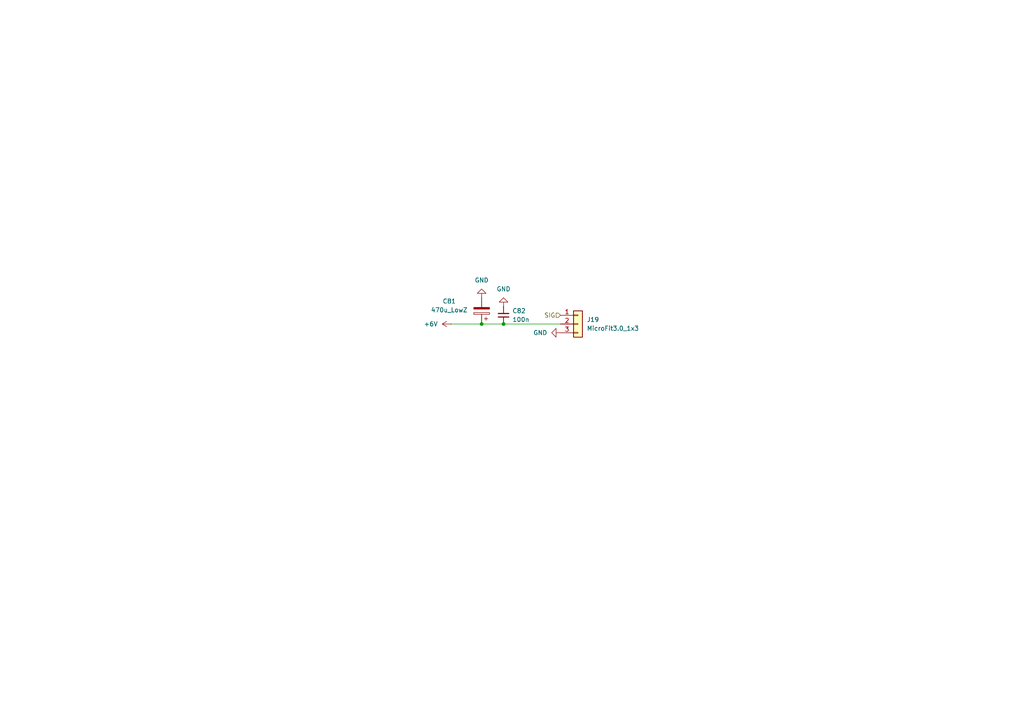
<source format=kicad_sch>
(kicad_sch (version 20250114) (generator "eeschema") (generator_version "9.0")
  (paper "A4")
  (lib_symbols
    (symbol "Connector_Generic:Conn_01x03" (pin_names (offset 1.016) (hide yes))
      (property "Reference" "J" (at 0 5.08 0))
      (property "Value" "Conn_01x03" (at 0 -5.08 0))
      (symbol "Conn_01x03_1_1"
        (rectangle (start -1.27 3.81) (end 1.27 -3.81) (stroke (width 0.254)) (fill (type background)))
        (rectangle (start -1.27 2.667) (end 0 2.413) (stroke (width 0.1524)))
        (rectangle (start -1.27 0.127) (end 0 -0.127) (stroke (width 0.1524)))
        (rectangle (start -1.27 -2.413) (end 0 -2.667) (stroke (width 0.1524)))
        (pin passive line (at -5.08 2.54 0) (length 3.81) (name "Pin_1") (number "1"))
        (pin passive line (at -5.08 0 0) (length 3.81) (name "Pin_2") (number "2"))
        (pin passive line (at -5.08 -2.54 0) (length 3.81) (name "Pin_3") (number "3"))
      )
    )
    (symbol "Device:C_Polarized" (pin_numbers (hide yes)) (pin_names (offset 0.254))
      (property "Reference" "C" (at 0.635 2.54 0))
      (property "Value" "C_Polarized" (at 0.635 -2.54 0))
      (symbol "C_Polarized_0_1"
        (rectangle (start -2.286 0.508) (end 2.286 1.016))
        (polyline (pts (xy -1.778 2.286) (xy -0.762 2.286)))
        (polyline (pts (xy -1.27 2.794) (xy -1.27 1.778)))
        (rectangle (start 2.286 -0.508) (end -2.286 -1.016) (fill (type outline)))
      )
      (symbol "C_Polarized_1_1"
        (pin passive line (at 0 3.81 270) (length 2.794) (name "~") (number "1"))
        (pin passive line (at 0 -3.81 90) (length 2.794) (name "~") (number "2"))
      )
    )
    (symbol "Device:C_Small" (pin_numbers (hide yes)) (pin_names (offset 0.254) (hide yes))
      (property "Reference" "C" (at 0.254 1.778 0))
      (property "Value" "C_Small" (at 0.254 -2.032 0))
      (symbol "C_Small_0_1"
        (polyline (pts (xy -1.524 0.508) (xy 1.524 0.508)) (stroke (width 0.3048)))
        (polyline (pts (xy -1.524 -0.508) (xy 1.524 -0.508)) (stroke (width 0.3302)))
      )
      (symbol "C_Small_1_1"
        (pin passive line (at 0 2.54 270) (length 2.032) (name "~") (number "1"))
        (pin passive line (at 0 -2.54 90) (length 2.032) (name "~") (number "2"))
      )
    )
    (symbol "power:+6V" (power) (pin_numbers (hide yes)) (pin_names (offset 0) (hide yes))
      (property "Value" "+6V" (at 0 3.556 0))
      (symbol "+6V_0_1"
        (polyline (pts (xy -0.762 1.27) (xy 0 2.54)))
        (polyline (pts (xy 0 2.54) (xy 0.762 1.27)))
        (polyline (pts (xy 0 0) (xy 0 2.54)))
      )
      (symbol "+6V_1_1"
        (pin power_in line (at 0 0 90) (length 0) (name "~") (number "1"))
      )
    )
    (symbol "power:GND" (power) (pin_numbers (hide yes)) (pin_names (offset 0) (hide yes))
      (property "Value" "GND" (at 0 -3.81 0))
      (symbol "GND_0_1"
        (polyline (pts (xy 0 0) (xy 0 -1.27) (xy 1.27 -1.27) (xy 0 -2.54) (xy -1.27 -1.27) (xy 0 -1.27)))
      )
      (symbol "GND_1_1"
        (pin power_in line (at 0 0 270) (length 0) (name "~") (number "1"))
      )
    )
  )
  (junction (at 139.7 93.98))
  (junction (at 146.05 93.98))
  (wire (pts (xy 139.7 93.98) (xy 146.05 93.98)))
  (wire (pts (xy 130.81 93.98) (xy 139.7 93.98)))
  (wire (pts (xy 146.05 93.98) (xy 162.56 93.98)))
  (hierarchical_label "SIG" (shape input) (at 162.56 91.44 180))
  (symbol (lib_id "power:+6V") (at 130.81 93.98 90) (unit 1)
    (property "Reference" "#PWR0173" (effects (hide yes)))
    (property "Value" "+6V" (at 127 93.9799 90) (effects (justify left)))
    (property "Description" "Power symbol creates a global label with name \"+6V\"" (effects (hide yes)))
    (instances (project "eurobot-2026-robot-pcb" (path "" (reference "#PWR0173") (unit 1)) (path "" (reference "#PWR0177") (unit 1))))
  )
  (symbol (lib_id "Device:C_Polarized") (at 139.7 90.17 180) (unit 1)
    (property "Reference" "C81" (at 130.302 87.376 0))
    (property "Value" "470u_LowZ" (at 130.302 89.916 0))
    (property "Footprint" "Capacitor_THT:CP_Radial_D8.0mm_P3.50mm" (effects (hide yes)))
    (property "Datasheet" "https://industrial.panasonic.com/cdbs/www-data/pdf/RDF0000/RDF0000C1266.pdf" (effects (hide yes)))
    (property "Description" "Polarized capacitor" (effects (hide yes)))
    (property "MPN" "EEU-FR1E471L" (effects (hide yes)))
    (property "Manufacturer" "Panasonic" (effects (hide yes)))
    (instances (project "eurobot-2026-robot-pcb" (path "" (reference "C81") (unit 1)) (path "" (reference "C83") (unit 1))))
  )
  (symbol (lib_id "power:GND") (at 139.7 86.36 180) (unit 1)
    (property "Reference" "#PWR0171" (effects (hide yes)))
    (property "Value" "GND" (at 139.7 81.28 0))
    (property "Description" "Power symbol creates a global label with name \"GND\" , ground" (effects (hide yes)))
    (instances (project "eurobot-2026-robot-pcb" (path "" (reference "#PWR0171") (unit 1)) (path "" (reference "#PWR0175") (unit 1))))
  )
  (symbol (lib_id "power:GND") (at 146.05 88.9 180) (unit 1)
    (property "Reference" "#PWR0172" (effects (hide yes)))
    (property "Value" "GND" (at 146.05 83.82 0))
    (property "Description" "Power symbol creates a global label with name \"GND\" , ground" (effects (hide yes)))
    (instances (project "eurobot-2026-robot-pcb" (path "" (reference "#PWR0172") (unit 1)) (path "" (reference "#PWR0176") (unit 1))))
  )
  (symbol (lib_id "power:GND") (at 162.56 96.52 270) (unit 1)
    (property "Reference" "#PWR0174" (effects (hide yes)))
    (property "Value" "GND" (at 158.75 96.5199 90) (effects (justify right)))
    (property "Description" "Power symbol creates a global label with name \"GND\" , ground" (effects (hide yes)))
    (instances (project "eurobot-2026-robot-pcb" (path "" (reference "#PWR0174") (unit 1)) (path "" (reference "#PWR0178") (unit 1))))
  )
  (symbol (lib_id "Connector_Generic:Conn_01x03") (at 167.64 93.98 0) (unit 1)
    (property "Reference" "J19" (at 170.18 92.7099 0) (effects (justify left)))
    (property "Value" "MicroFit3.0_1x3" (at 170.18 95.2499 0) (effects (justify left)))
    (property "Description" "Generic connector, single row, 01x03, script generated (kicad-library-utils/schlib/autogen/connector/)" (effects (hide yes)))
    (instances (project "eurobot-2026-robot-pcb" (path "" (reference "J19") (unit 1)) (path "" (reference "J20") (unit 1))))
  )
  (symbol (lib_id "Device:C_Small") (at 146.05 91.44 180) (unit 1)
    (property "Reference" "C82" (at 148.59 90.1635 0) (effects (justify right)))
    (property "Value" "100n" (at 148.59 92.7035 0) (effects (justify right)))
    (property "Footprint" "Capacitor_SMD:C_0805_2012Metric_Pad1.18x1.45mm_HandSolder" (effects (hide yes)))
    (property "Description" "Unpolarized capacitor, small symbol,X7R" (effects (hide yes)))
    (instances (project "eurobot-2026-robot-pcb" (path "" (reference "C82") (unit 1)) (path "" (reference "C84") (unit 1))))
  )
)
</source>
